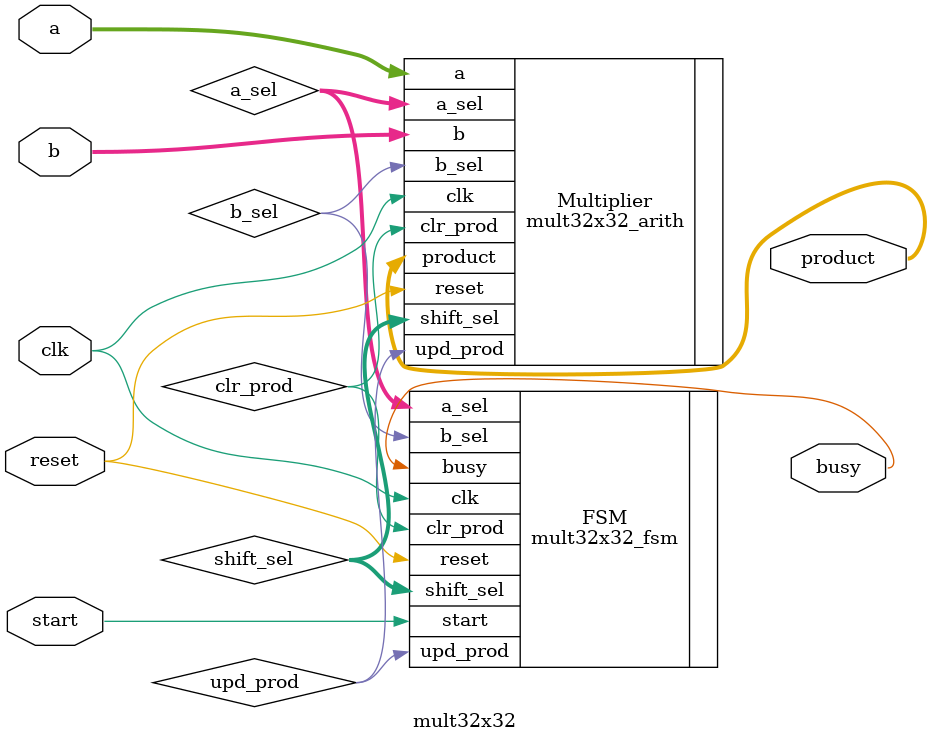
<source format=sv>
module mult32x32 (
    input logic clk,            // Clock
    input logic reset,          // Reset
    input logic start,          // Start signal
    input logic [31:0] a,       // Input a
    input logic [31:0] b,       // Input b
    output logic busy,          // Multiplier busy indication
    output logic [63:0] product // Miltiplication product
);
logic [1:0] a_sel;
logic b_sel, upd_prod, clr_prod;
logic [2:0] shift_sel;
mult32x32_fsm FSM(.clk(clk), .reset(reset), .start(start),
			.busy(busy), .a_sel(a_sel), .b_sel(b_sel),
			.shift_sel(shift_sel), .upd_prod(upd_prod), .clr_prod (clr_prod));

mult32x32_arith Multiplier(.clk(clk), .reset(reset), .a(a), .b(b), .a_sel(a_sel),
						.b_sel(b_sel), .shift_sel(shift_sel), .upd_prod(upd_prod),
						.clr_prod(clr_prod), .product(product));

endmodule

</source>
